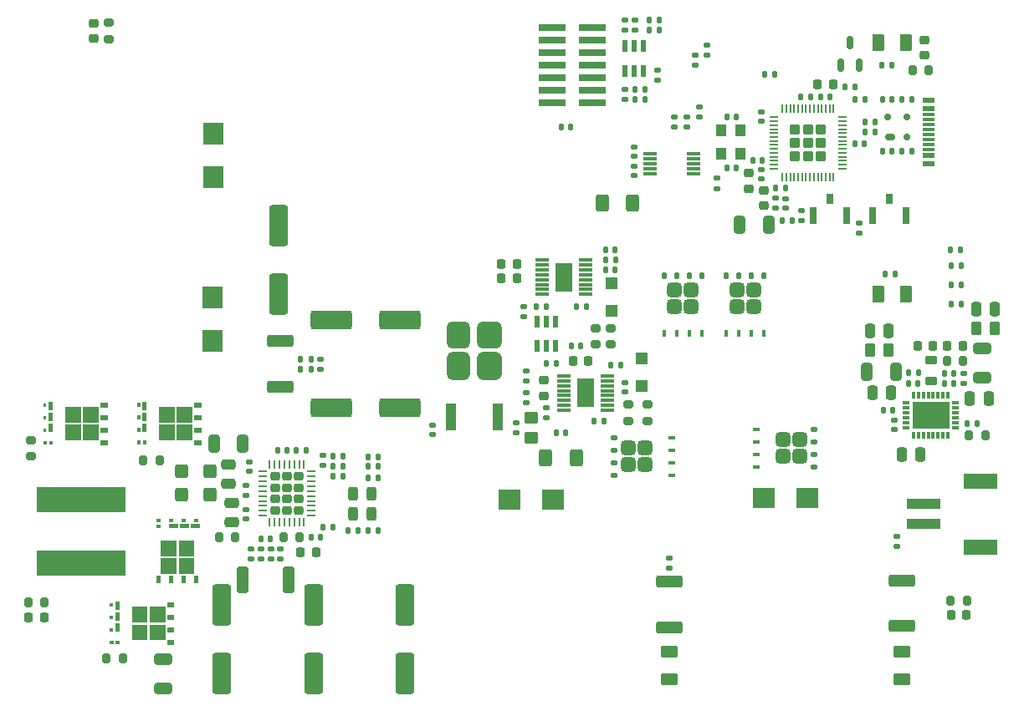
<source format=gbr>
%TF.GenerationSoftware,KiCad,Pcbnew,8.0.5*%
%TF.CreationDate,2024-12-17T17:43:05+01:00*%
%TF.ProjectId,ElonMux,456c6f6e-4d75-4782-9e6b-696361645f70,1.1*%
%TF.SameCoordinates,Original*%
%TF.FileFunction,Paste,Top*%
%TF.FilePolarity,Positive*%
%FSLAX46Y46*%
G04 Gerber Fmt 4.6, Leading zero omitted, Abs format (unit mm)*
G04 Created by KiCad (PCBNEW 8.0.5) date 2024-12-17 17:43:05*
%MOMM*%
%LPD*%
G01*
G04 APERTURE LIST*
G04 Aperture macros list*
%AMRoundRect*
0 Rectangle with rounded corners*
0 $1 Rounding radius*
0 $2 $3 $4 $5 $6 $7 $8 $9 X,Y pos of 4 corners*
0 Add a 4 corners polygon primitive as box body*
4,1,4,$2,$3,$4,$5,$6,$7,$8,$9,$2,$3,0*
0 Add four circle primitives for the rounded corners*
1,1,$1+$1,$2,$3*
1,1,$1+$1,$4,$5*
1,1,$1+$1,$6,$7*
1,1,$1+$1,$8,$9*
0 Add four rect primitives between the rounded corners*
20,1,$1+$1,$2,$3,$4,$5,0*
20,1,$1+$1,$4,$5,$6,$7,0*
20,1,$1+$1,$6,$7,$8,$9,0*
20,1,$1+$1,$8,$9,$2,$3,0*%
G04 Aperture macros list end*
%ADD10C,0.100000*%
%ADD11RoundRect,0.140000X0.140000X0.170000X-0.140000X0.170000X-0.140000X-0.170000X0.140000X-0.170000X0*%
%ADD12RoundRect,0.140000X-0.140000X-0.170000X0.140000X-0.170000X0.140000X0.170000X-0.140000X0.170000X0*%
%ADD13RoundRect,0.135000X-0.135000X-0.185000X0.135000X-0.185000X0.135000X0.185000X-0.135000X0.185000X0*%
%ADD14RoundRect,0.225000X-0.250000X0.225000X-0.250000X-0.225000X0.250000X-0.225000X0.250000X0.225000X0*%
%ADD15RoundRect,0.150000X0.150000X-0.512500X0.150000X0.512500X-0.150000X0.512500X-0.150000X-0.512500X0*%
%ADD16RoundRect,0.250000X0.250000X0.475000X-0.250000X0.475000X-0.250000X-0.475000X0.250000X-0.475000X0*%
%ADD17RoundRect,0.250000X0.362500X1.075000X-0.362500X1.075000X-0.362500X-1.075000X0.362500X-1.075000X0*%
%ADD18RoundRect,0.250000X0.650000X-0.325000X0.650000X0.325000X-0.650000X0.325000X-0.650000X-0.325000X0*%
%ADD19RoundRect,0.135000X-0.185000X0.135000X-0.185000X-0.135000X0.185000X-0.135000X0.185000X0.135000X0*%
%ADD20RoundRect,0.135000X0.135000X0.185000X-0.135000X0.185000X-0.135000X-0.185000X0.135000X-0.185000X0*%
%ADD21R,1.150000X0.600000*%
%ADD22R,1.150000X0.300000*%
%ADD23RoundRect,0.375000X0.375000X-0.375000X0.375000X0.375000X-0.375000X0.375000X-0.375000X-0.375000X0*%
%ADD24RoundRect,0.125000X0.125000X-0.250000X0.125000X0.250000X-0.125000X0.250000X-0.125000X-0.250000X0*%
%ADD25RoundRect,0.100000X0.100000X-0.275000X0.100000X0.275000X-0.100000X0.275000X-0.100000X-0.275000X0*%
%ADD26RoundRect,0.147500X-0.147500X-0.172500X0.147500X-0.172500X0.147500X0.172500X-0.147500X0.172500X0*%
%ADD27RoundRect,0.200000X0.275000X-0.200000X0.275000X0.200000X-0.275000X0.200000X-0.275000X-0.200000X0*%
%ADD28RoundRect,0.250000X-0.400000X-0.625000X0.400000X-0.625000X0.400000X0.625000X-0.400000X0.625000X0*%
%ADD29RoundRect,0.225000X0.225000X0.250000X-0.225000X0.250000X-0.225000X-0.250000X0.225000X-0.250000X0*%
%ADD30RoundRect,0.140000X-0.170000X0.140000X-0.170000X-0.140000X0.170000X-0.140000X0.170000X0.140000X0*%
%ADD31RoundRect,0.232500X0.252500X0.232500X-0.252500X0.232500X-0.252500X-0.232500X0.252500X-0.232500X0*%
%ADD32RoundRect,0.062500X0.375000X0.062500X-0.375000X0.062500X-0.375000X-0.062500X0.375000X-0.062500X0*%
%ADD33RoundRect,0.062500X0.062500X0.375000X-0.062500X0.375000X-0.062500X-0.375000X0.062500X-0.375000X0*%
%ADD34R,0.600000X1.250000*%
%ADD35RoundRect,0.250000X-1.825000X-0.700000X1.825000X-0.700000X1.825000X0.700000X-1.825000X0.700000X0*%
%ADD36RoundRect,0.200000X0.200000X0.275000X-0.200000X0.275000X-0.200000X-0.275000X0.200000X-0.275000X0*%
%ADD37R,2.150000X2.200000*%
%ADD38RoundRect,0.250000X0.450000X-0.350000X0.450000X0.350000X-0.450000X0.350000X-0.450000X-0.350000X0*%
%ADD39R,1.400000X0.300000*%
%ADD40R,2.200000X2.150000*%
%ADD41RoundRect,0.135000X0.185000X-0.135000X0.185000X0.135000X-0.185000X0.135000X-0.185000X-0.135000X0*%
%ADD42R,0.800000X1.700000*%
%ADD43R,0.800000X1.100000*%
%ADD44RoundRect,0.250000X-0.475000X0.250000X-0.475000X-0.250000X0.475000X-0.250000X0.475000X0.250000X0*%
%ADD45R,1.100000X1.300000*%
%ADD46R,9.000000X2.500000*%
%ADD47RoundRect,0.250000X-0.650000X0.325000X-0.650000X-0.325000X0.650000X-0.325000X0.650000X0.325000X0*%
%ADD48RoundRect,0.250000X0.262500X0.450000X-0.262500X0.450000X-0.262500X-0.450000X0.262500X-0.450000X0*%
%ADD49RoundRect,0.243750X-0.243750X-0.456250X0.243750X-0.456250X0.243750X0.456250X-0.243750X0.456250X0*%
%ADD50RoundRect,0.250000X-0.250000X-0.475000X0.250000X-0.475000X0.250000X0.475000X-0.250000X0.475000X0*%
%ADD51RoundRect,0.225000X0.250000X-0.225000X0.250000X0.225000X-0.250000X0.225000X-0.250000X-0.225000X0*%
%ADD52RoundRect,0.200000X-0.200000X-0.275000X0.200000X-0.275000X0.200000X0.275000X-0.200000X0.275000X0*%
%ADD53R,3.750000X2.750000*%
%ADD54R,0.800000X0.300000*%
%ADD55R,0.300000X0.800000*%
%ADD56RoundRect,0.225000X-0.225000X-0.250000X0.225000X-0.250000X0.225000X0.250000X-0.225000X0.250000X0*%
%ADD57RoundRect,0.175000X0.325000X-0.175000X0.325000X0.175000X-0.325000X0.175000X-0.325000X-0.175000X0*%
%ADD58RoundRect,0.150000X0.150000X-0.200000X0.150000X0.200000X-0.150000X0.200000X-0.150000X-0.200000X0*%
%ADD59RoundRect,0.250000X-0.400000X-0.450000X0.400000X-0.450000X0.400000X0.450000X-0.400000X0.450000X0*%
%ADD60RoundRect,0.140000X0.170000X-0.140000X0.170000X0.140000X-0.170000X0.140000X-0.170000X-0.140000X0*%
%ADD61RoundRect,0.375000X0.375000X0.375000X-0.375000X0.375000X-0.375000X-0.375000X0.375000X-0.375000X0*%
%ADD62RoundRect,0.125000X0.250000X0.125000X-0.250000X0.125000X-0.250000X-0.125000X0.250000X-0.125000X0*%
%ADD63RoundRect,0.100000X0.275000X0.100000X-0.275000X0.100000X-0.275000X-0.100000X0.275000X-0.100000X0*%
%ADD64RoundRect,0.250000X0.285000X-0.285000X0.285000X0.285000X-0.285000X0.285000X-0.285000X-0.285000X0*%
%ADD65RoundRect,0.050000X0.050000X-0.350000X0.050000X0.350000X-0.050000X0.350000X-0.050000X-0.350000X0*%
%ADD66RoundRect,0.050000X0.350000X-0.050000X0.350000X0.050000X-0.350000X0.050000X-0.350000X-0.050000X0*%
%ADD67R,0.600000X1.150000*%
%ADD68RoundRect,0.250000X0.325000X0.650000X-0.325000X0.650000X-0.325000X-0.650000X0.325000X-0.650000X0*%
%ADD69RoundRect,0.250000X0.375000X0.625000X-0.375000X0.625000X-0.375000X-0.625000X0.375000X-0.625000X0*%
%ADD70RoundRect,0.250000X0.625000X-0.375000X0.625000X0.375000X-0.625000X0.375000X-0.625000X-0.375000X0*%
%ADD71RoundRect,0.250000X-1.075000X0.362500X-1.075000X-0.362500X1.075000X-0.362500X1.075000X0.362500X0*%
%ADD72RoundRect,0.250000X1.075000X-0.362500X1.075000X0.362500X-1.075000X0.362500X-1.075000X-0.362500X0*%
%ADD73RoundRect,0.200000X-0.275000X0.200000X-0.275000X-0.200000X0.275000X-0.200000X0.275000X0.200000X0*%
%ADD74R,3.505200X0.990600*%
%ADD75R,3.403600X1.498600*%
%ADD76RoundRect,0.218750X0.381250X-0.218750X0.381250X0.218750X-0.381250X0.218750X-0.381250X-0.218750X0*%
%ADD77RoundRect,0.250000X0.700000X-1.825000X0.700000X1.825000X-0.700000X1.825000X-0.700000X-1.825000X0*%
%ADD78R,1.200000X1.200000*%
%ADD79R,2.790000X0.740000*%
%ADD80RoundRect,0.250000X-0.700000X1.825000X-0.700000X-1.825000X0.700000X-1.825000X0.700000X1.825000X0*%
%ADD81R,1.425000X0.300000*%
%ADD82R,1.753000X2.947000*%
%ADD83RoundRect,0.250000X-0.262500X-0.450000X0.262500X-0.450000X0.262500X0.450000X-0.262500X0.450000X0*%
%ADD84RoundRect,0.250000X-0.325000X-0.650000X0.325000X-0.650000X0.325000X0.650000X-0.325000X0.650000X0*%
%ADD85RoundRect,0.147500X0.172500X-0.147500X0.172500X0.147500X-0.172500X0.147500X-0.172500X-0.147500X0*%
%ADD86RoundRect,0.250000X0.475000X-0.250000X0.475000X0.250000X-0.475000X0.250000X-0.475000X-0.250000X0*%
%ADD87RoundRect,0.375000X-0.375000X-0.375000X0.375000X-0.375000X0.375000X0.375000X-0.375000X0.375000X0*%
%ADD88RoundRect,0.125000X-0.250000X-0.125000X0.250000X-0.125000X0.250000X0.125000X-0.250000X0.125000X0*%
%ADD89RoundRect,0.100000X-0.275000X-0.100000X0.275000X-0.100000X0.275000X0.100000X-0.275000X0.100000X0*%
%ADD90RoundRect,0.250000X-0.375000X-0.625000X0.375000X-0.625000X0.375000X0.625000X-0.375000X0.625000X0*%
%ADD91RoundRect,0.593750X0.593750X-0.831250X0.593750X0.831250X-0.593750X0.831250X-0.593750X-0.831250X0*%
%ADD92RoundRect,0.643750X0.643750X-0.781250X0.643750X0.781250X-0.643750X0.781250X-0.643750X-0.781250X0*%
%ADD93RoundRect,0.593750X0.593750X-0.781250X0.593750X0.781250X-0.593750X0.781250X-0.593750X-0.781250X0*%
%ADD94RoundRect,0.643750X0.643750X-0.731250X0.643750X0.731250X-0.643750X0.731250X-0.643750X-0.731250X0*%
%ADD95R,1.000000X2.700000*%
G04 APERTURE END LIST*
%TO.C,Q704*%
D10*
X116620000Y-95020000D02*
X116370000Y-95020000D01*
X116370000Y-95320000D01*
X116620000Y-95320000D01*
X116620000Y-95020000D01*
G36*
X116620000Y-95020000D02*
G01*
X116370000Y-95020000D01*
X116370000Y-95320000D01*
X116620000Y-95320000D01*
X116620000Y-95020000D01*
G37*
X116620000Y-96290000D02*
X116370000Y-96290000D01*
X116370000Y-96590000D01*
X116620000Y-96590000D01*
X116620000Y-96290000D01*
G36*
X116620000Y-96290000D02*
G01*
X116370000Y-96290000D01*
X116370000Y-96590000D01*
X116620000Y-96590000D01*
X116620000Y-96290000D01*
G37*
X116620000Y-97560000D02*
X116370000Y-97560000D01*
X116370000Y-97860000D01*
X116620000Y-97860000D01*
X116620000Y-97560000D01*
G36*
X116620000Y-97560000D02*
G01*
X116370000Y-97560000D01*
X116370000Y-97860000D01*
X116620000Y-97860000D01*
X116620000Y-97560000D01*
G37*
X116670000Y-98830000D02*
X116370000Y-98830000D01*
X116370000Y-99130000D01*
X116670000Y-99130000D01*
X116670000Y-98830000D01*
G36*
X116670000Y-98830000D02*
G01*
X116370000Y-98830000D01*
X116370000Y-99130000D01*
X116670000Y-99130000D01*
X116670000Y-98830000D01*
G37*
X117255000Y-94860000D02*
X116905000Y-94860000D01*
X116905000Y-95660000D01*
X117255000Y-95660000D01*
X117255000Y-94860000D01*
G36*
X117255000Y-94860000D02*
G01*
X116905000Y-94860000D01*
X116905000Y-95660000D01*
X117255000Y-95660000D01*
X117255000Y-94860000D01*
G37*
X117255000Y-95960000D02*
X116905000Y-95960000D01*
X116905000Y-96760000D01*
X117255000Y-96760000D01*
X117255000Y-95960000D01*
G36*
X117255000Y-95960000D02*
G01*
X116905000Y-95960000D01*
X116905000Y-96760000D01*
X117255000Y-96760000D01*
X117255000Y-95960000D01*
G37*
X117260000Y-97060000D02*
X116910000Y-97060000D01*
X116910000Y-97860000D01*
X117260000Y-97860000D01*
X117260000Y-97060000D01*
G36*
X117260000Y-97060000D02*
G01*
X116910000Y-97060000D01*
X116910000Y-97860000D01*
X117260000Y-97860000D01*
X117260000Y-97060000D01*
G37*
X117270000Y-98830000D02*
X116970000Y-98830000D01*
X116970000Y-99130000D01*
X117270000Y-99130000D01*
X117270000Y-98830000D01*
G36*
X117270000Y-98830000D02*
G01*
X116970000Y-98830000D01*
X116970000Y-99130000D01*
X117270000Y-99130000D01*
X117270000Y-98830000D01*
G37*
X120095000Y-95405000D02*
X118595000Y-95405000D01*
X118595000Y-96905000D01*
X120095000Y-96905000D01*
X120095000Y-95405000D01*
G36*
X120095000Y-95405000D02*
G01*
X118595000Y-95405000D01*
X118595000Y-96905000D01*
X120095000Y-96905000D01*
X120095000Y-95405000D01*
G37*
X120095000Y-97205000D02*
X118595000Y-97205000D01*
X118595000Y-98705000D01*
X120095000Y-98705000D01*
X120095000Y-97205000D01*
G36*
X120095000Y-97205000D02*
G01*
X118595000Y-97205000D01*
X118595000Y-98705000D01*
X120095000Y-98705000D01*
X120095000Y-97205000D01*
G37*
X121895000Y-95405000D02*
X120395000Y-95405000D01*
X120395000Y-96905000D01*
X121895000Y-96905000D01*
X121895000Y-95405000D01*
G36*
X121895000Y-95405000D02*
G01*
X120395000Y-95405000D01*
X120395000Y-96905000D01*
X121895000Y-96905000D01*
X121895000Y-95405000D01*
G37*
X121895000Y-97205000D02*
X120395000Y-97205000D01*
X120395000Y-98705000D01*
X121895000Y-98705000D01*
X121895000Y-97205000D01*
G36*
X121895000Y-97205000D02*
G01*
X120395000Y-97205000D01*
X120395000Y-98705000D01*
X121895000Y-98705000D01*
X121895000Y-97205000D01*
G37*
X122820000Y-94970000D02*
X122170000Y-94970000D01*
X122170000Y-95370000D01*
X122820000Y-95370000D01*
X122820000Y-94970000D01*
G36*
X122820000Y-94970000D02*
G01*
X122170000Y-94970000D01*
X122170000Y-95370000D01*
X122820000Y-95370000D01*
X122820000Y-94970000D01*
G37*
X122820000Y-96240000D02*
X122170000Y-96240000D01*
X122170000Y-96640000D01*
X122820000Y-96640000D01*
X122820000Y-96240000D01*
G36*
X122820000Y-96240000D02*
G01*
X122170000Y-96240000D01*
X122170000Y-96640000D01*
X122820000Y-96640000D01*
X122820000Y-96240000D01*
G37*
X122820000Y-97510000D02*
X122170000Y-97510000D01*
X122170000Y-97910000D01*
X122820000Y-97910000D01*
X122820000Y-97510000D01*
G36*
X122820000Y-97510000D02*
G01*
X122170000Y-97510000D01*
X122170000Y-97910000D01*
X122820000Y-97910000D01*
X122820000Y-97510000D01*
G37*
X122820000Y-98780000D02*
X122170000Y-98780000D01*
X122170000Y-99180000D01*
X122820000Y-99180000D01*
X122820000Y-98780000D01*
G36*
X122820000Y-98780000D02*
G01*
X122170000Y-98780000D01*
X122170000Y-99180000D01*
X122820000Y-99180000D01*
X122820000Y-98780000D01*
G37*
%TO.C,Q701*%
X123370000Y-115270000D02*
X123120000Y-115270000D01*
X123120000Y-115570000D01*
X123370000Y-115570000D01*
X123370000Y-115270000D01*
G36*
X123370000Y-115270000D02*
G01*
X123120000Y-115270000D01*
X123120000Y-115570000D01*
X123370000Y-115570000D01*
X123370000Y-115270000D01*
G37*
X123370000Y-116540000D02*
X123120000Y-116540000D01*
X123120000Y-116840000D01*
X123370000Y-116840000D01*
X123370000Y-116540000D01*
G36*
X123370000Y-116540000D02*
G01*
X123120000Y-116540000D01*
X123120000Y-116840000D01*
X123370000Y-116840000D01*
X123370000Y-116540000D01*
G37*
X123370000Y-117810000D02*
X123120000Y-117810000D01*
X123120000Y-118110000D01*
X123370000Y-118110000D01*
X123370000Y-117810000D01*
G36*
X123370000Y-117810000D02*
G01*
X123120000Y-117810000D01*
X123120000Y-118110000D01*
X123370000Y-118110000D01*
X123370000Y-117810000D01*
G37*
X123420000Y-119080000D02*
X123120000Y-119080000D01*
X123120000Y-119380000D01*
X123420000Y-119380000D01*
X123420000Y-119080000D01*
G36*
X123420000Y-119080000D02*
G01*
X123120000Y-119080000D01*
X123120000Y-119380000D01*
X123420000Y-119380000D01*
X123420000Y-119080000D01*
G37*
X124005000Y-115110000D02*
X123655000Y-115110000D01*
X123655000Y-115910000D01*
X124005000Y-115910000D01*
X124005000Y-115110000D01*
G36*
X124005000Y-115110000D02*
G01*
X123655000Y-115110000D01*
X123655000Y-115910000D01*
X124005000Y-115910000D01*
X124005000Y-115110000D01*
G37*
X124005000Y-116210000D02*
X123655000Y-116210000D01*
X123655000Y-117010000D01*
X124005000Y-117010000D01*
X124005000Y-116210000D01*
G36*
X124005000Y-116210000D02*
G01*
X123655000Y-116210000D01*
X123655000Y-117010000D01*
X124005000Y-117010000D01*
X124005000Y-116210000D01*
G37*
X124010000Y-117310000D02*
X123660000Y-117310000D01*
X123660000Y-118110000D01*
X124010000Y-118110000D01*
X124010000Y-117310000D01*
G36*
X124010000Y-117310000D02*
G01*
X123660000Y-117310000D01*
X123660000Y-118110000D01*
X124010000Y-118110000D01*
X124010000Y-117310000D01*
G37*
X124020000Y-119080000D02*
X123720000Y-119080000D01*
X123720000Y-119380000D01*
X124020000Y-119380000D01*
X124020000Y-119080000D01*
G36*
X124020000Y-119080000D02*
G01*
X123720000Y-119080000D01*
X123720000Y-119380000D01*
X124020000Y-119380000D01*
X124020000Y-119080000D01*
G37*
X126845000Y-115655000D02*
X125345000Y-115655000D01*
X125345000Y-117155000D01*
X126845000Y-117155000D01*
X126845000Y-115655000D01*
G36*
X126845000Y-115655000D02*
G01*
X125345000Y-115655000D01*
X125345000Y-117155000D01*
X126845000Y-117155000D01*
X126845000Y-115655000D01*
G37*
X126845000Y-117455000D02*
X125345000Y-117455000D01*
X125345000Y-118955000D01*
X126845000Y-118955000D01*
X126845000Y-117455000D01*
G36*
X126845000Y-117455000D02*
G01*
X125345000Y-117455000D01*
X125345000Y-118955000D01*
X126845000Y-118955000D01*
X126845000Y-117455000D01*
G37*
X128645000Y-115655000D02*
X127145000Y-115655000D01*
X127145000Y-117155000D01*
X128645000Y-117155000D01*
X128645000Y-115655000D01*
G36*
X128645000Y-115655000D02*
G01*
X127145000Y-115655000D01*
X127145000Y-117155000D01*
X128645000Y-117155000D01*
X128645000Y-115655000D01*
G37*
X128645000Y-117455000D02*
X127145000Y-117455000D01*
X127145000Y-118955000D01*
X128645000Y-118955000D01*
X128645000Y-117455000D01*
G36*
X128645000Y-117455000D02*
G01*
X127145000Y-117455000D01*
X127145000Y-118955000D01*
X128645000Y-118955000D01*
X128645000Y-117455000D01*
G37*
X129570000Y-115220000D02*
X128920000Y-115220000D01*
X128920000Y-115620000D01*
X129570000Y-115620000D01*
X129570000Y-115220000D01*
G36*
X129570000Y-115220000D02*
G01*
X128920000Y-115220000D01*
X128920000Y-115620000D01*
X129570000Y-115620000D01*
X129570000Y-115220000D01*
G37*
X129570000Y-116490000D02*
X128920000Y-116490000D01*
X128920000Y-116890000D01*
X129570000Y-116890000D01*
X129570000Y-116490000D01*
G36*
X129570000Y-116490000D02*
G01*
X128920000Y-116490000D01*
X128920000Y-116890000D01*
X129570000Y-116890000D01*
X129570000Y-116490000D01*
G37*
X129570000Y-117760000D02*
X128920000Y-117760000D01*
X128920000Y-118160000D01*
X129570000Y-118160000D01*
X129570000Y-117760000D01*
G36*
X129570000Y-117760000D02*
G01*
X128920000Y-117760000D01*
X128920000Y-118160000D01*
X129570000Y-118160000D01*
X129570000Y-117760000D01*
G37*
X129570000Y-119030000D02*
X128920000Y-119030000D01*
X128920000Y-119430000D01*
X129570000Y-119430000D01*
X129570000Y-119030000D01*
G36*
X129570000Y-119030000D02*
G01*
X128920000Y-119030000D01*
X128920000Y-119430000D01*
X129570000Y-119430000D01*
X129570000Y-119030000D01*
G37*
%TO.C,Q702*%
X126127000Y-95015000D02*
X125877000Y-95015000D01*
X125877000Y-95315000D01*
X126127000Y-95315000D01*
X126127000Y-95015000D01*
G36*
X126127000Y-95015000D02*
G01*
X125877000Y-95015000D01*
X125877000Y-95315000D01*
X126127000Y-95315000D01*
X126127000Y-95015000D01*
G37*
X126127000Y-96285000D02*
X125877000Y-96285000D01*
X125877000Y-96585000D01*
X126127000Y-96585000D01*
X126127000Y-96285000D01*
G36*
X126127000Y-96285000D02*
G01*
X125877000Y-96285000D01*
X125877000Y-96585000D01*
X126127000Y-96585000D01*
X126127000Y-96285000D01*
G37*
X126127000Y-97555000D02*
X125877000Y-97555000D01*
X125877000Y-97855000D01*
X126127000Y-97855000D01*
X126127000Y-97555000D01*
G36*
X126127000Y-97555000D02*
G01*
X125877000Y-97555000D01*
X125877000Y-97855000D01*
X126127000Y-97855000D01*
X126127000Y-97555000D01*
G37*
X126177000Y-98825000D02*
X125877000Y-98825000D01*
X125877000Y-99125000D01*
X126177000Y-99125000D01*
X126177000Y-98825000D01*
G36*
X126177000Y-98825000D02*
G01*
X125877000Y-98825000D01*
X125877000Y-99125000D01*
X126177000Y-99125000D01*
X126177000Y-98825000D01*
G37*
X126762000Y-94855000D02*
X126412000Y-94855000D01*
X126412000Y-95655000D01*
X126762000Y-95655000D01*
X126762000Y-94855000D01*
G36*
X126762000Y-94855000D02*
G01*
X126412000Y-94855000D01*
X126412000Y-95655000D01*
X126762000Y-95655000D01*
X126762000Y-94855000D01*
G37*
X126762000Y-95955000D02*
X126412000Y-95955000D01*
X126412000Y-96755000D01*
X126762000Y-96755000D01*
X126762000Y-95955000D01*
G36*
X126762000Y-95955000D02*
G01*
X126412000Y-95955000D01*
X126412000Y-96755000D01*
X126762000Y-96755000D01*
X126762000Y-95955000D01*
G37*
X126767000Y-97055000D02*
X126417000Y-97055000D01*
X126417000Y-97855000D01*
X126767000Y-97855000D01*
X126767000Y-97055000D01*
G36*
X126767000Y-97055000D02*
G01*
X126417000Y-97055000D01*
X126417000Y-97855000D01*
X126767000Y-97855000D01*
X126767000Y-97055000D01*
G37*
X126777000Y-98825000D02*
X126477000Y-98825000D01*
X126477000Y-99125000D01*
X126777000Y-99125000D01*
X126777000Y-98825000D01*
G36*
X126777000Y-98825000D02*
G01*
X126477000Y-98825000D01*
X126477000Y-99125000D01*
X126777000Y-99125000D01*
X126777000Y-98825000D01*
G37*
X129602000Y-95400000D02*
X128102000Y-95400000D01*
X128102000Y-96900000D01*
X129602000Y-96900000D01*
X129602000Y-95400000D01*
G36*
X129602000Y-95400000D02*
G01*
X128102000Y-95400000D01*
X128102000Y-96900000D01*
X129602000Y-96900000D01*
X129602000Y-95400000D01*
G37*
X129602000Y-97200000D02*
X128102000Y-97200000D01*
X128102000Y-98700000D01*
X129602000Y-98700000D01*
X129602000Y-97200000D01*
G36*
X129602000Y-97200000D02*
G01*
X128102000Y-97200000D01*
X128102000Y-98700000D01*
X129602000Y-98700000D01*
X129602000Y-97200000D01*
G37*
X131402000Y-95400000D02*
X129902000Y-95400000D01*
X129902000Y-96900000D01*
X131402000Y-96900000D01*
X131402000Y-95400000D01*
G36*
X131402000Y-95400000D02*
G01*
X129902000Y-95400000D01*
X129902000Y-96900000D01*
X131402000Y-96900000D01*
X131402000Y-95400000D01*
G37*
X131402000Y-97200000D02*
X129902000Y-97200000D01*
X129902000Y-98700000D01*
X131402000Y-98700000D01*
X131402000Y-97200000D01*
G36*
X131402000Y-97200000D02*
G01*
X129902000Y-97200000D01*
X129902000Y-98700000D01*
X131402000Y-98700000D01*
X131402000Y-97200000D01*
G37*
X132327000Y-94965000D02*
X131677000Y-94965000D01*
X131677000Y-95365000D01*
X132327000Y-95365000D01*
X132327000Y-94965000D01*
G36*
X132327000Y-94965000D02*
G01*
X131677000Y-94965000D01*
X131677000Y-95365000D01*
X132327000Y-95365000D01*
X132327000Y-94965000D01*
G37*
X132327000Y-96235000D02*
X131677000Y-96235000D01*
X131677000Y-96635000D01*
X132327000Y-96635000D01*
X132327000Y-96235000D01*
G36*
X132327000Y-96235000D02*
G01*
X131677000Y-96235000D01*
X131677000Y-96635000D01*
X132327000Y-96635000D01*
X132327000Y-96235000D01*
G37*
X132327000Y-97505000D02*
X131677000Y-97505000D01*
X131677000Y-97905000D01*
X132327000Y-97905000D01*
X132327000Y-97505000D01*
G36*
X132327000Y-97505000D02*
G01*
X131677000Y-97505000D01*
X131677000Y-97905000D01*
X132327000Y-97905000D01*
X132327000Y-97505000D01*
G37*
X132327000Y-98775000D02*
X131677000Y-98775000D01*
X131677000Y-99175000D01*
X132327000Y-99175000D01*
X132327000Y-98775000D01*
G36*
X132327000Y-98775000D02*
G01*
X131677000Y-98775000D01*
X131677000Y-99175000D01*
X132327000Y-99175000D01*
X132327000Y-98775000D01*
G37*
%TO.C,Q703*%
X128162500Y-107027000D02*
X127862500Y-107027000D01*
X127862500Y-106727000D01*
X128162500Y-106727000D01*
X128162500Y-107027000D01*
G36*
X128162500Y-107027000D02*
G01*
X127862500Y-107027000D01*
X127862500Y-106727000D01*
X128162500Y-106727000D01*
X128162500Y-107027000D01*
G37*
X128162500Y-107627000D02*
X127862500Y-107627000D01*
X127862500Y-107327000D01*
X128162500Y-107327000D01*
X128162500Y-107627000D01*
G36*
X128162500Y-107627000D02*
G01*
X127862500Y-107627000D01*
X127862500Y-107327000D01*
X128162500Y-107327000D01*
X128162500Y-107627000D01*
G37*
X128212500Y-113177000D02*
X127812500Y-113177000D01*
X127812500Y-112527000D01*
X128212500Y-112527000D01*
X128212500Y-113177000D01*
G36*
X128212500Y-113177000D02*
G01*
X127812500Y-113177000D01*
X127812500Y-112527000D01*
X128212500Y-112527000D01*
X128212500Y-113177000D01*
G37*
X129432500Y-106977000D02*
X129132500Y-106977000D01*
X129132500Y-106727000D01*
X129432500Y-106727000D01*
X129432500Y-106977000D01*
G36*
X129432500Y-106977000D02*
G01*
X129132500Y-106977000D01*
X129132500Y-106727000D01*
X129432500Y-106727000D01*
X129432500Y-106977000D01*
G37*
X129482500Y-113177000D02*
X129082500Y-113177000D01*
X129082500Y-112527000D01*
X129482500Y-112527000D01*
X129482500Y-113177000D01*
G36*
X129482500Y-113177000D02*
G01*
X129082500Y-113177000D01*
X129082500Y-112527000D01*
X129482500Y-112527000D01*
X129482500Y-113177000D01*
G37*
X129787500Y-110452000D02*
X128287500Y-110452000D01*
X128287500Y-108952000D01*
X129787500Y-108952000D01*
X129787500Y-110452000D01*
G36*
X129787500Y-110452000D02*
G01*
X128287500Y-110452000D01*
X128287500Y-108952000D01*
X129787500Y-108952000D01*
X129787500Y-110452000D01*
G37*
X129787500Y-112252000D02*
X128287500Y-112252000D01*
X128287500Y-110752000D01*
X129787500Y-110752000D01*
X129787500Y-112252000D01*
G36*
X129787500Y-112252000D02*
G01*
X128287500Y-112252000D01*
X128287500Y-110752000D01*
X129787500Y-110752000D01*
X129787500Y-112252000D01*
G37*
X129932500Y-107617000D02*
X129132500Y-107617000D01*
X129132500Y-107267000D01*
X129932500Y-107267000D01*
X129932500Y-107617000D01*
G36*
X129932500Y-107617000D02*
G01*
X129132500Y-107617000D01*
X129132500Y-107267000D01*
X129932500Y-107267000D01*
X129932500Y-107617000D01*
G37*
X130702500Y-106977000D02*
X130402500Y-106977000D01*
X130402500Y-106727000D01*
X130702500Y-106727000D01*
X130702500Y-106977000D01*
G36*
X130702500Y-106977000D02*
G01*
X130402500Y-106977000D01*
X130402500Y-106727000D01*
X130702500Y-106727000D01*
X130702500Y-106977000D01*
G37*
X130752500Y-113177000D02*
X130352500Y-113177000D01*
X130352500Y-112527000D01*
X130752500Y-112527000D01*
X130752500Y-113177000D01*
G36*
X130752500Y-113177000D02*
G01*
X130352500Y-113177000D01*
X130352500Y-112527000D01*
X130752500Y-112527000D01*
X130752500Y-113177000D01*
G37*
X131032500Y-107612000D02*
X130232500Y-107612000D01*
X130232500Y-107262000D01*
X131032500Y-107262000D01*
X131032500Y-107612000D01*
G36*
X131032500Y-107612000D02*
G01*
X130232500Y-107612000D01*
X130232500Y-107262000D01*
X131032500Y-107262000D01*
X131032500Y-107612000D01*
G37*
X131587500Y-110452000D02*
X130087500Y-110452000D01*
X130087500Y-108952000D01*
X131587500Y-108952000D01*
X131587500Y-110452000D01*
G36*
X131587500Y-110452000D02*
G01*
X130087500Y-110452000D01*
X130087500Y-108952000D01*
X131587500Y-108952000D01*
X131587500Y-110452000D01*
G37*
X131587500Y-112252000D02*
X130087500Y-112252000D01*
X130087500Y-110752000D01*
X131587500Y-110752000D01*
X131587500Y-112252000D01*
G36*
X131587500Y-112252000D02*
G01*
X130087500Y-112252000D01*
X130087500Y-110752000D01*
X131587500Y-110752000D01*
X131587500Y-112252000D01*
G37*
X131972500Y-106977000D02*
X131672500Y-106977000D01*
X131672500Y-106727000D01*
X131972500Y-106727000D01*
X131972500Y-106977000D01*
G36*
X131972500Y-106977000D02*
G01*
X131672500Y-106977000D01*
X131672500Y-106727000D01*
X131972500Y-106727000D01*
X131972500Y-106977000D01*
G37*
X132022500Y-113177000D02*
X131622500Y-113177000D01*
X131622500Y-112527000D01*
X132022500Y-112527000D01*
X132022500Y-113177000D01*
G36*
X132022500Y-113177000D02*
G01*
X131622500Y-113177000D01*
X131622500Y-112527000D01*
X132022500Y-112527000D01*
X132022500Y-113177000D01*
G37*
X132132500Y-107612000D02*
X131332500Y-107612000D01*
X131332500Y-107262000D01*
X132132500Y-107262000D01*
X132132500Y-107612000D01*
G36*
X132132500Y-107612000D02*
G01*
X131332500Y-107612000D01*
X131332500Y-107262000D01*
X132132500Y-107262000D01*
X132132500Y-107612000D01*
G37*
%TD*%
D11*
%TO.C,C607*%
X207595000Y-92025000D03*
X208555000Y-92025000D03*
%TD*%
D12*
%TO.C,C602*%
X208555000Y-93050000D03*
X207595000Y-93050000D03*
%TD*%
D11*
%TO.C,C601*%
X203945000Y-93050000D03*
X204905000Y-93050000D03*
%TD*%
D13*
%TO.C,R1010*%
X203265000Y-64250000D03*
X204285000Y-64250000D03*
%TD*%
D14*
%TO.C,C809*%
X167025000Y-92725000D03*
X167025000Y-94275000D03*
%TD*%
D15*
%TO.C,Q1101*%
X197075000Y-60775000D03*
X198975000Y-60775000D03*
X198025000Y-58500000D03*
%TD*%
D16*
%TO.C,C614*%
X203250000Y-100250000D03*
X205150000Y-100250000D03*
%TD*%
D17*
%TO.C,R701*%
X141212500Y-112900000D03*
X136587500Y-112900000D03*
%TD*%
D12*
%TO.C,C409*%
X185595000Y-71200000D03*
X186555000Y-71200000D03*
%TD*%
D11*
%TO.C,C410*%
X186555000Y-66000000D03*
X185595000Y-66000000D03*
%TD*%
D13*
%TO.C,R819*%
X172115000Y-96800000D03*
X173135000Y-96800000D03*
%TD*%
D18*
%TO.C,C704*%
X128500000Y-123925000D03*
X128500000Y-120975000D03*
%TD*%
D19*
%TO.C,R402*%
X181525000Y-65990000D03*
X181525000Y-67010000D03*
%TD*%
D20*
%TO.C,R707*%
X143460000Y-91600000D03*
X142440000Y-91600000D03*
%TD*%
D21*
%TO.C,J1002*%
X205995000Y-70750000D03*
X205995000Y-69950000D03*
D22*
X205995000Y-68800000D03*
X205995000Y-67800000D03*
X205995000Y-67300000D03*
X205995000Y-66300000D03*
D21*
X205995000Y-64350000D03*
X205995000Y-65150000D03*
D22*
X205995000Y-65800000D03*
X205995000Y-66800000D03*
X205995000Y-68300000D03*
X205995000Y-69300000D03*
%TD*%
D23*
%TO.C,Q804*%
X186560000Y-85250000D03*
X188260000Y-85250000D03*
X186560000Y-83550000D03*
X188260000Y-83550000D03*
D24*
X185505000Y-82145000D03*
X186775000Y-82145000D03*
X188045000Y-82145000D03*
X189315000Y-82145000D03*
D25*
X185505000Y-87950000D03*
X186775000Y-87950000D03*
X188045000Y-87950000D03*
X189315000Y-87950000D03*
%TD*%
D26*
%TO.C,L402*%
X188190000Y-70400000D03*
X189160000Y-70400000D03*
%TD*%
D12*
%TO.C,C407*%
X198525000Y-68750000D03*
X199485000Y-68750000D03*
%TD*%
D13*
%TO.C,R605*%
X208265000Y-85000000D03*
X209285000Y-85000000D03*
%TD*%
D27*
%TO.C,R1204*%
X123012500Y-58125000D03*
X123012500Y-56475000D03*
%TD*%
D28*
%TO.C,R805*%
X167225000Y-100550000D03*
X170325000Y-100550000D03*
%TD*%
D11*
%TO.C,C802*%
X174255000Y-79500000D03*
X173295000Y-79500000D03*
%TD*%
D29*
%TO.C,C811*%
X164300000Y-82400000D03*
X162750000Y-82400000D03*
%TD*%
D19*
%TO.C,R817*%
X167275000Y-95490000D03*
X167275000Y-96510000D03*
%TD*%
D30*
%TO.C,C714*%
X137400000Y-109820000D03*
X137400000Y-110780000D03*
%TD*%
D31*
%TO.C,U701*%
X142225000Y-105900000D03*
X142225000Y-104750000D03*
X142225000Y-103600000D03*
X142225000Y-102450000D03*
X141025000Y-105900000D03*
X141025000Y-104750000D03*
X141025000Y-103600000D03*
X141025000Y-102450000D03*
X139825000Y-105900000D03*
X139825000Y-104750000D03*
X139825000Y-103600000D03*
X139825000Y-102450000D03*
D32*
X143462500Y-106425000D03*
X143462500Y-105925000D03*
X143462500Y-105425000D03*
X143462500Y-104925000D03*
X143462500Y-104425000D03*
X143462500Y-103925000D03*
X143462500Y-103425000D03*
X143462500Y-102925000D03*
X143462500Y-102425000D03*
X143462500Y-101925000D03*
D33*
X142775000Y-101237500D03*
X142275000Y-101237500D03*
X141775000Y-101237500D03*
X141275000Y-101237500D03*
X140775000Y-101237500D03*
X140275000Y-101237500D03*
X139775000Y-101237500D03*
X139275000Y-101237500D03*
D32*
X138587500Y-101925000D03*
X138587500Y-102425000D03*
X138587500Y-102925000D03*
X138587500Y-103425000D03*
X138587500Y-103925000D03*
X138587500Y-104425000D03*
X138587500Y-104925000D03*
X138587500Y-105425000D03*
X138587500Y-105925000D03*
X138587500Y-106425000D03*
D33*
X139275000Y-107112500D03*
X139775000Y-107112500D03*
X140275000Y-107112500D03*
X140775000Y-107112500D03*
X141275000Y-107112500D03*
X141775000Y-107112500D03*
X142275000Y-107112500D03*
X142775000Y-107112500D03*
%TD*%
D11*
%TO.C,C715*%
X141060000Y-99800000D03*
X140100000Y-99800000D03*
%TD*%
D19*
%TO.C,R1013*%
X183550000Y-58740000D03*
X183550000Y-59760000D03*
%TD*%
%TO.C,R718*%
X202750000Y-108540000D03*
X202750000Y-109560000D03*
%TD*%
D20*
%TO.C,R602*%
X202585000Y-81900000D03*
X201565000Y-81900000D03*
%TD*%
D34*
%TO.C,IC803*%
X166325000Y-89250000D03*
X167275000Y-89250000D03*
X168225000Y-89250000D03*
X168225000Y-86750000D03*
X167275000Y-86750000D03*
X166325000Y-86750000D03*
%TD*%
D19*
%TO.C,R1005*%
X176250000Y-56190000D03*
X176250000Y-57210000D03*
%TD*%
D35*
%TO.C,C708*%
X145525000Y-86600000D03*
X152475000Y-86600000D03*
%TD*%
D36*
%TO.C,R704*%
X128150000Y-100850000D03*
X126500000Y-100850000D03*
%TD*%
D37*
%TO.C,D502*%
X133500000Y-88700000D03*
X133500000Y-84300000D03*
%TD*%
D12*
%TO.C,C1002*%
X201315000Y-69500000D03*
X202275000Y-69500000D03*
%TD*%
D38*
%TO.C,R810*%
X165775000Y-98500000D03*
X165775000Y-96500000D03*
%TD*%
D20*
%TO.C,R708*%
X143460000Y-90600000D03*
X142440000Y-90600000D03*
%TD*%
D39*
%TO.C,U901*%
X182175000Y-71750000D03*
X182175000Y-71250000D03*
X182175000Y-70750000D03*
X182175000Y-70250000D03*
X182175000Y-69750000D03*
X177775000Y-69750000D03*
X177775000Y-70250000D03*
X177775000Y-70750000D03*
X177775000Y-71250000D03*
X177775000Y-71750000D03*
%TD*%
D27*
%TO.C,R801*%
X177525000Y-96825000D03*
X177525000Y-95175000D03*
%TD*%
D20*
%TO.C,R1003*%
X178750000Y-56200000D03*
X177730000Y-56200000D03*
%TD*%
D36*
%TO.C,R712*%
X142325000Y-108600000D03*
X140675000Y-108600000D03*
%TD*%
D12*
%TO.C,C807*%
X169795000Y-89250000D03*
X170755000Y-89250000D03*
%TD*%
D19*
%TO.C,R706*%
X138400000Y-109790000D03*
X138400000Y-110810000D03*
%TD*%
%TO.C,R401*%
X180275000Y-65990000D03*
X180275000Y-67010000D03*
%TD*%
D40*
%TO.C,D504*%
X193675000Y-104600000D03*
X189275000Y-104600000D03*
%TD*%
D41*
%TO.C,R1007*%
X178550000Y-62260000D03*
X178550000Y-61240000D03*
%TD*%
D42*
%TO.C,S402*%
X200325000Y-76000000D03*
X203725000Y-76000000D03*
D43*
X202025000Y-74350000D03*
%TD*%
D44*
%TO.C,C720*%
X135450000Y-105150000D03*
X135450000Y-107050000D03*
%TD*%
D13*
%TO.C,R1009*%
X203265000Y-69500000D03*
X204285000Y-69500000D03*
%TD*%
D41*
%TO.C,R1001*%
X175250000Y-64260000D03*
X175250000Y-63240000D03*
%TD*%
D13*
%TO.C,R610*%
X210860000Y-97050000D03*
X209840000Y-97050000D03*
%TD*%
D45*
%TO.C,Y401*%
X186925000Y-69712500D03*
X186925000Y-67412500D03*
X185025000Y-67412500D03*
X185025000Y-69712500D03*
%TD*%
D46*
%TO.C,L701*%
X120200000Y-111200000D03*
X120200000Y-104800000D03*
%TD*%
D47*
%TO.C,C611*%
X211400000Y-92450000D03*
X211400000Y-89500000D03*
%TD*%
D23*
%TO.C,Q803*%
X180270000Y-85250000D03*
X181970000Y-85250000D03*
X180270000Y-83550000D03*
X181970000Y-83550000D03*
D24*
X179215000Y-82145000D03*
X180485000Y-82145000D03*
X181755000Y-82145000D03*
X183025000Y-82145000D03*
D25*
X179215000Y-87950000D03*
X180485000Y-87950000D03*
X181755000Y-87950000D03*
X183025000Y-87950000D03*
%TD*%
D41*
%TO.C,R406*%
X182775000Y-66010000D03*
X182775000Y-64990000D03*
%TD*%
D29*
%TO.C,C401*%
X196300000Y-62750000D03*
X194750000Y-62750000D03*
%TD*%
%TO.C,C1203*%
X209790000Y-116500000D03*
X208240000Y-116500000D03*
%TD*%
D11*
%TO.C,C709*%
X139380000Y-108800000D03*
X138420000Y-108800000D03*
%TD*%
D48*
%TO.C,FB602*%
X210837500Y-87450000D03*
X212662500Y-87450000D03*
%TD*%
D41*
%TO.C,R409*%
X199000000Y-77810000D03*
X199000000Y-76790000D03*
%TD*%
D36*
%TO.C,R709*%
X135800000Y-108600000D03*
X134150000Y-108600000D03*
%TD*%
D49*
%TO.C,LED702*%
X147737500Y-106275000D03*
X149612500Y-106275000D03*
%TD*%
D20*
%TO.C,R1008*%
X177260000Y-64250000D03*
X176240000Y-64250000D03*
%TD*%
D19*
%TO.C,R818*%
X165025000Y-85240000D03*
X165025000Y-86260000D03*
%TD*%
D36*
%TO.C,R1201*%
X206025000Y-61300000D03*
X204375000Y-61300000D03*
%TD*%
D50*
%TO.C,C612*%
X212075000Y-94550000D03*
X210175000Y-94550000D03*
%TD*%
D51*
%TO.C,C404*%
X189275000Y-75025000D03*
X189275000Y-73475000D03*
%TD*%
D20*
%TO.C,R722*%
X150310000Y-101450000D03*
X149290000Y-101450000D03*
%TD*%
D52*
%TO.C,R607*%
X209475000Y-90725000D03*
X207825000Y-90725000D03*
%TD*%
D41*
%TO.C,R403*%
X184525000Y-73260000D03*
X184525000Y-72240000D03*
%TD*%
D20*
%TO.C,R812*%
X167285000Y-85250000D03*
X166265000Y-85250000D03*
%TD*%
D14*
%TO.C,C411*%
X187775000Y-71725000D03*
X187775000Y-73275000D03*
%TD*%
D20*
%TO.C,R404*%
X194035000Y-64000000D03*
X193015000Y-64000000D03*
%TD*%
D53*
%TO.C,IC601*%
X206200000Y-96250000D03*
D54*
X203700000Y-97500000D03*
X203700000Y-97000000D03*
X203700000Y-96500000D03*
X203700000Y-96000000D03*
X203700000Y-95500000D03*
X203700000Y-95000000D03*
D55*
X204450000Y-94250000D03*
X204950000Y-94250000D03*
X205450000Y-94250000D03*
X205950000Y-94250000D03*
X206450000Y-94250000D03*
X206950000Y-94250000D03*
X207450000Y-94250000D03*
X207950000Y-94250000D03*
D54*
X208700000Y-95000000D03*
X208700000Y-95500000D03*
X208700000Y-96000000D03*
X208700000Y-96500000D03*
X208700000Y-97000000D03*
X208700000Y-97500000D03*
D55*
X207950000Y-98250000D03*
X207450000Y-98250000D03*
X206950000Y-98250000D03*
X206450000Y-98250000D03*
X205950000Y-98250000D03*
X205450000Y-98250000D03*
X204950000Y-98250000D03*
X204450000Y-98250000D03*
%TD*%
D56*
%TO.C,C808*%
X170000000Y-90750000D03*
X171550000Y-90750000D03*
%TD*%
D57*
%TO.C,D1002*%
X202075000Y-68050000D03*
D58*
X203775000Y-68050000D03*
X203775000Y-66050000D03*
X201875000Y-66050000D03*
%TD*%
D30*
%TO.C,C412*%
X189025000Y-71320000D03*
X189025000Y-72280000D03*
%TD*%
D59*
%TO.C,D701*%
X130350000Y-104250000D03*
X133250000Y-104250000D03*
%TD*%
D13*
%TO.C,R604*%
X208265000Y-83050000D03*
X209285000Y-83050000D03*
%TD*%
%TO.C,R711*%
X145690000Y-100400000D03*
X146710000Y-100400000D03*
%TD*%
D28*
%TO.C,R806*%
X172925000Y-74750000D03*
X176025000Y-74750000D03*
%TD*%
D60*
%TO.C,C405*%
X190505000Y-75230000D03*
X190505000Y-74270000D03*
%TD*%
D30*
%TO.C,C713*%
X140400000Y-109820000D03*
X140400000Y-110780000D03*
%TD*%
D19*
%TO.C,R1004*%
X175250000Y-56190000D03*
X175250000Y-57210000D03*
%TD*%
D27*
%TO.C,R807*%
X172275000Y-89075000D03*
X172275000Y-87425000D03*
%TD*%
D13*
%TO.C,R717*%
X145690000Y-101400000D03*
X146710000Y-101400000D03*
%TD*%
D41*
%TO.C,R713*%
X144700000Y-101360000D03*
X144700000Y-100340000D03*
%TD*%
D51*
%TO.C,C1204*%
X121512500Y-58075000D03*
X121512500Y-56525000D03*
%TD*%
D61*
%TO.C,Q801*%
X177275000Y-101255000D03*
X177275000Y-99555000D03*
X175575000Y-101255000D03*
X175575000Y-99555000D03*
D62*
X174170000Y-102310000D03*
X174170000Y-101040000D03*
X174170000Y-99770000D03*
X174170000Y-98500000D03*
D63*
X179975000Y-102310000D03*
X179975000Y-101040000D03*
X179975000Y-99770000D03*
X179975000Y-98500000D03*
%TD*%
D30*
%TO.C,C711*%
X137225000Y-100970000D03*
X137225000Y-101930000D03*
%TD*%
%TO.C,C803*%
X175237000Y-92920000D03*
X175237000Y-93880000D03*
%TD*%
D13*
%TO.C,R1011*%
X199515000Y-67550000D03*
X200535000Y-67550000D03*
%TD*%
D41*
%TO.C,R816*%
X165275000Y-92760000D03*
X165275000Y-91740000D03*
%TD*%
D52*
%TO.C,R608*%
X211725000Y-98300000D03*
X210075000Y-98300000D03*
%TD*%
D13*
%TO.C,R1102*%
X197515000Y-63000000D03*
X198535000Y-63000000D03*
%TD*%
D27*
%TO.C,R804*%
X175625000Y-96825000D03*
X175625000Y-95175000D03*
%TD*%
D19*
%TO.C,R802*%
X179775000Y-110680000D03*
X179775000Y-111700000D03*
%TD*%
D13*
%TO.C,R715*%
X144690000Y-107600000D03*
X145710000Y-107600000D03*
%TD*%
D20*
%TO.C,R721*%
X148250000Y-107950000D03*
X147230000Y-107950000D03*
%TD*%
D60*
%TO.C,C413*%
X193125000Y-76480000D03*
X193125000Y-75520000D03*
%TD*%
D64*
%TO.C,U401*%
X192445000Y-69980000D03*
X193775000Y-69980000D03*
X195105000Y-69980000D03*
X192445000Y-68650000D03*
X193775000Y-68650000D03*
X195105000Y-68650000D03*
X192445000Y-67320000D03*
X193775000Y-67320000D03*
X195105000Y-67320000D03*
D65*
X191175000Y-72100000D03*
X191575000Y-72100000D03*
X191975000Y-72100000D03*
X192375000Y-72100000D03*
X192775000Y-72100000D03*
X193175000Y-72100000D03*
X193575000Y-72100000D03*
X193975000Y-72100000D03*
X194375000Y-72100000D03*
X194775000Y-72100000D03*
X195175000Y-72100000D03*
X195575000Y-72100000D03*
X195975000Y-72100000D03*
X196375000Y-72100000D03*
D66*
X197225000Y-71250000D03*
X197225000Y-70850000D03*
X197225000Y-70450000D03*
X197225000Y-70050000D03*
X197225000Y-69650000D03*
X197225000Y-69250000D03*
X197225000Y-68850000D03*
X197225000Y-68450000D03*
X197225000Y-68050000D03*
X197225000Y-67650000D03*
X197225000Y-67250000D03*
X197225000Y-66850000D03*
X197225000Y-66450000D03*
X197225000Y-66050000D03*
D65*
X196375000Y-65200000D03*
X195975000Y-65200000D03*
X195575000Y-65200000D03*
X195175000Y-65200000D03*
X194775000Y-65200000D03*
X194375000Y-65200000D03*
X193975000Y-65200000D03*
X193575000Y-65200000D03*
X193175000Y-65200000D03*
X192775000Y-65200000D03*
X192375000Y-65200000D03*
X191975000Y-65200000D03*
X191575000Y-65200000D03*
X191175000Y-65200000D03*
D66*
X190325000Y-66050000D03*
X190325000Y-66450000D03*
X190325000Y-66850000D03*
X190325000Y-67250000D03*
X190325000Y-67650000D03*
X190325000Y-68050000D03*
X190325000Y-68450000D03*
X190325000Y-68850000D03*
X190325000Y-69250000D03*
X190325000Y-69650000D03*
X190325000Y-70050000D03*
X190325000Y-70450000D03*
X190325000Y-70850000D03*
X190325000Y-71250000D03*
%TD*%
D12*
%TO.C,C716*%
X142000000Y-99800000D03*
X142960000Y-99800000D03*
%TD*%
D13*
%TO.C,R719*%
X149290000Y-102600000D03*
X150310000Y-102600000D03*
%TD*%
D40*
%TO.C,D501*%
X163600000Y-104800000D03*
X168000000Y-104800000D03*
%TD*%
D56*
%TO.C,C608*%
X206400000Y-89200000D03*
X204850000Y-89200000D03*
%TD*%
D67*
%TO.C,D1001*%
X177150000Y-58800000D03*
X176200000Y-58800000D03*
X175250000Y-58800000D03*
X175250000Y-61400000D03*
X176200000Y-61400000D03*
X177150000Y-61400000D03*
%TD*%
D11*
%TO.C,C406*%
X191485000Y-73250000D03*
X190525000Y-73250000D03*
%TD*%
D68*
%TO.C,C403*%
X189775000Y-76900000D03*
X186825000Y-76900000D03*
%TD*%
D13*
%TO.C,R1101*%
X201265000Y-60750000D03*
X202285000Y-60750000D03*
%TD*%
D36*
%TO.C,R1203*%
X209850000Y-115000000D03*
X208200000Y-115000000D03*
%TD*%
D69*
%TO.C,LED601*%
X203675000Y-84000000D03*
X200875000Y-84000000D03*
%TD*%
D20*
%TO.C,R601*%
X204935000Y-91900000D03*
X203915000Y-91900000D03*
%TD*%
D70*
%TO.C,LED801*%
X179775000Y-123000000D03*
X179775000Y-120200000D03*
%TD*%
D71*
%TO.C,R808*%
X203275000Y-112987500D03*
X203275000Y-117612500D03*
%TD*%
D11*
%TO.C,C402*%
X196005000Y-64000000D03*
X195045000Y-64000000D03*
%TD*%
D30*
%TO.C,C805*%
X155775000Y-97270000D03*
X155775000Y-98230000D03*
%TD*%
D37*
%TO.C,D503*%
X133600000Y-67700000D03*
X133600000Y-72100000D03*
%TD*%
D12*
%TO.C,C718*%
X143470000Y-108600000D03*
X144430000Y-108600000D03*
%TD*%
D30*
%TO.C,C613*%
X202550000Y-97680000D03*
X202550000Y-96720000D03*
%TD*%
D36*
%TO.C,R703*%
X124425000Y-120900000D03*
X122775000Y-120900000D03*
%TD*%
D60*
%TO.C,C712*%
X144400000Y-91550000D03*
X144400000Y-90590000D03*
%TD*%
D72*
%TO.C,R702*%
X140400000Y-93362500D03*
X140400000Y-88737500D03*
%TD*%
D11*
%TO.C,C606*%
X201420000Y-95750000D03*
X202380000Y-95750000D03*
%TD*%
D73*
%TO.C,R809*%
X173775000Y-87425000D03*
X173775000Y-89075000D03*
%TD*%
D74*
%TO.C,J701*%
X205444700Y-107250001D03*
X205444700Y-105249999D03*
D75*
X211194701Y-109600001D03*
X211194701Y-102899999D03*
%TD*%
D11*
%TO.C,C801*%
X169255000Y-98000000D03*
X168295000Y-98000000D03*
%TD*%
D16*
%TO.C,C610*%
X210800000Y-85500000D03*
X212700000Y-85500000D03*
%TD*%
D36*
%TO.C,R1202*%
X116525000Y-115250000D03*
X114875000Y-115250000D03*
%TD*%
D60*
%TO.C,C408*%
X189025000Y-66480000D03*
X189025000Y-65520000D03*
%TD*%
D76*
%TO.C,L601*%
X206250000Y-92812500D03*
X206250000Y-90687500D03*
%TD*%
D29*
%TO.C,C609*%
X207875000Y-89200000D03*
X209425000Y-89200000D03*
%TD*%
D70*
%TO.C,LED802*%
X203275000Y-123000000D03*
X203275000Y-120200000D03*
%TD*%
D77*
%TO.C,C707*%
X140200000Y-83975000D03*
X140200000Y-77025000D03*
%TD*%
D78*
%TO.C,D803*%
X173900000Y-82850000D03*
X173900000Y-85650000D03*
%TD*%
D79*
%TO.C,J1001*%
X167855000Y-56940000D03*
X171925000Y-56940000D03*
X167855000Y-58210000D03*
X171925000Y-58210000D03*
X167855000Y-59480000D03*
X171925000Y-59480000D03*
X167855000Y-60750000D03*
X171925000Y-60750000D03*
X167855000Y-62020000D03*
X171925000Y-62020000D03*
X167855000Y-63290000D03*
X171925000Y-63290000D03*
X167855000Y-64560000D03*
X171925000Y-64560000D03*
%TD*%
D42*
%TO.C,S401*%
X194325000Y-76000000D03*
X197725000Y-76000000D03*
D43*
X196025000Y-74350000D03*
%TD*%
D12*
%TO.C,C804*%
X173275000Y-81500000D03*
X174235000Y-81500000D03*
%TD*%
D19*
%TO.C,R705*%
X139400000Y-109800000D03*
X139400000Y-110820000D03*
%TD*%
D20*
%TO.C,R1014*%
X190410000Y-61700000D03*
X189390000Y-61700000D03*
%TD*%
D80*
%TO.C,C701*%
X153000000Y-115475000D03*
X153000000Y-122425000D03*
%TD*%
D13*
%TO.C,R720*%
X149230000Y-107950000D03*
X150250000Y-107950000D03*
%TD*%
D81*
%TO.C,IC802*%
X166851000Y-80500000D03*
X166851000Y-81000000D03*
X166851000Y-81500000D03*
X166851000Y-82000000D03*
X166851000Y-82500000D03*
X166851000Y-83000000D03*
X166851000Y-83500000D03*
X166851000Y-84000000D03*
X171275000Y-84000000D03*
X171275000Y-83500000D03*
X171275000Y-83000000D03*
X171275000Y-82500000D03*
X171275000Y-82000000D03*
X171275000Y-81500000D03*
X171275000Y-81000000D03*
X171275000Y-80500000D03*
D82*
X169063000Y-82250000D03*
%TD*%
D19*
%TO.C,R405*%
X182400000Y-59740000D03*
X182400000Y-60760000D03*
%TD*%
D83*
%TO.C,FB601*%
X200062500Y-89650000D03*
X201887500Y-89650000D03*
%TD*%
D13*
%TO.C,R603*%
X208265000Y-81100000D03*
X209285000Y-81100000D03*
%TD*%
D20*
%TO.C,R1006*%
X178750000Y-57200000D03*
X177730000Y-57200000D03*
%TD*%
D84*
%TO.C,C604*%
X199700000Y-91800000D03*
X202650000Y-91800000D03*
%TD*%
D20*
%TO.C,R1002*%
X177310000Y-63200000D03*
X176290000Y-63200000D03*
%TD*%
D60*
%TO.C,C901*%
X176225000Y-71980000D03*
X176225000Y-71020000D03*
%TD*%
D27*
%TO.C,R710*%
X115150000Y-100425000D03*
X115150000Y-98775000D03*
%TD*%
D85*
%TO.C,L401*%
X191505000Y-75250000D03*
X191505000Y-74280000D03*
%TD*%
D80*
%TO.C,C702*%
X143750000Y-115475000D03*
X143750000Y-122425000D03*
%TD*%
D81*
%TO.C,IC801*%
X169063000Y-92250000D03*
X169063000Y-92750000D03*
X169063000Y-93250000D03*
X169063000Y-93750000D03*
X169063000Y-94250000D03*
X169063000Y-94750000D03*
X169063000Y-95250000D03*
X169063000Y-95750000D03*
X173487000Y-95750000D03*
X173487000Y-95250000D03*
X173487000Y-94750000D03*
X173487000Y-94250000D03*
X173487000Y-93750000D03*
X173487000Y-93250000D03*
X173487000Y-92750000D03*
X173487000Y-92250000D03*
D82*
X171275000Y-94000000D03*
%TD*%
D71*
%TO.C,R803*%
X179775000Y-113087500D03*
X179775000Y-117712500D03*
%TD*%
D80*
%TO.C,C703*%
X134450000Y-115475000D03*
X134450000Y-122425000D03*
%TD*%
D13*
%TO.C,R606*%
X208215000Y-79450000D03*
X209235000Y-79450000D03*
%TD*%
%TO.C,R1103*%
X198515000Y-64250000D03*
X199535000Y-64250000D03*
%TD*%
%TO.C,R814*%
X173265000Y-80500000D03*
X174285000Y-80500000D03*
%TD*%
D51*
%TO.C,C1201*%
X205525000Y-59775000D03*
X205525000Y-58225000D03*
%TD*%
D41*
%TO.C,R609*%
X209575000Y-92040000D03*
X209575000Y-93060000D03*
%TD*%
D11*
%TO.C,C1001*%
X169755000Y-67000000D03*
X168795000Y-67000000D03*
%TD*%
D41*
%TO.C,R815*%
X165275000Y-95010000D03*
X165275000Y-93990000D03*
%TD*%
D20*
%TO.C,R820*%
X171385000Y-85250000D03*
X170365000Y-85250000D03*
%TD*%
D12*
%TO.C,C1003*%
X201295000Y-64250000D03*
X202255000Y-64250000D03*
%TD*%
D20*
%TO.C,R813*%
X174860000Y-91150000D03*
X173840000Y-91150000D03*
%TD*%
D29*
%TO.C,C810*%
X164300000Y-80900000D03*
X162750000Y-80900000D03*
%TD*%
D78*
%TO.C,D802*%
X176975000Y-93250000D03*
X176975000Y-90450000D03*
%TD*%
D59*
%TO.C,D702*%
X130350000Y-101900000D03*
X133250000Y-101900000D03*
%TD*%
D60*
%TO.C,C806*%
X164275000Y-97980000D03*
X164275000Y-97020000D03*
%TD*%
%TO.C,C710*%
X136925000Y-106730000D03*
X136925000Y-105770000D03*
%TD*%
D50*
%TO.C,C605*%
X202200000Y-93950000D03*
X200300000Y-93950000D03*
%TD*%
D20*
%TO.C,R407*%
X150310000Y-100450000D03*
X149290000Y-100450000D03*
%TD*%
%TO.C,R811*%
X168275000Y-91000000D03*
X167255000Y-91000000D03*
%TD*%
D49*
%TO.C,LED701*%
X147712500Y-104200000D03*
X149587500Y-104200000D03*
%TD*%
D56*
%TO.C,C717*%
X142425000Y-110150000D03*
X143975000Y-110150000D03*
%TD*%
D30*
%TO.C,C902*%
X176225000Y-69040000D03*
X176225000Y-70000000D03*
%TD*%
D41*
%TO.C,R714*%
X136900000Y-104360000D03*
X136900000Y-103340000D03*
%TD*%
D29*
%TO.C,C1202*%
X116475000Y-116750000D03*
X114925000Y-116750000D03*
%TD*%
D68*
%TO.C,C705*%
X136600000Y-99150000D03*
X133650000Y-99150000D03*
%TD*%
D86*
%TO.C,C719*%
X135150000Y-103150000D03*
X135150000Y-101250000D03*
%TD*%
D50*
%TO.C,C603*%
X200025000Y-87700000D03*
X201925000Y-87700000D03*
%TD*%
D87*
%TO.C,Q802*%
X191275000Y-98700000D03*
X191275000Y-100400000D03*
X192975000Y-98700000D03*
X192975000Y-100400000D03*
D88*
X194380000Y-97645000D03*
X194380000Y-98915000D03*
X194380000Y-100185000D03*
X194380000Y-101455000D03*
D89*
X188575000Y-97645000D03*
X188575000Y-98915000D03*
X188575000Y-100185000D03*
X188575000Y-101455000D03*
%TD*%
D35*
%TO.C,C706*%
X145550000Y-95500000D03*
X152500000Y-95500000D03*
%TD*%
D90*
%TO.C,LED1101*%
X200875000Y-58500000D03*
X203675000Y-58500000D03*
%TD*%
D13*
%TO.C,R1012*%
X199515000Y-66550000D03*
X200535000Y-66550000D03*
%TD*%
%TO.C,R716*%
X145690000Y-102450000D03*
X146710000Y-102450000D03*
%TD*%
%TO.C,R408*%
X191190000Y-76500000D03*
X192210000Y-76500000D03*
%TD*%
D91*
%TO.C,D801*%
X158437500Y-91275000D03*
D92*
X161512500Y-91275000D03*
D93*
X158437500Y-88075000D03*
D94*
X161512500Y-88075000D03*
D95*
X157675000Y-96400000D03*
X162375000Y-96400000D03*
%TD*%
M02*

</source>
